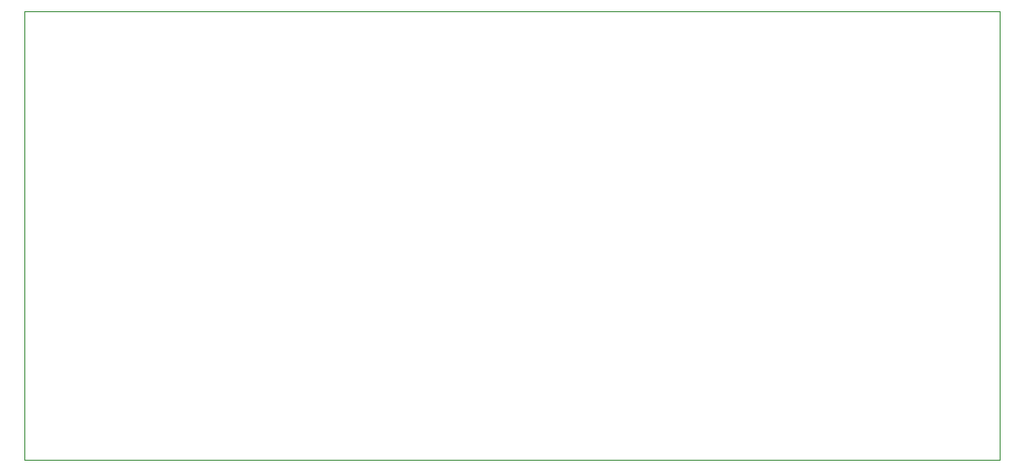
<source format=gbr>
%TF.GenerationSoftware,KiCad,Pcbnew,8.0.2-1*%
%TF.CreationDate,2024-05-11T10:02:21-04:00*%
%TF.ProjectId,Rom 01 IIgs RGBToHDMI,526f6d20-3031-4204-9949-677320524742,rev?*%
%TF.SameCoordinates,Original*%
%TF.FileFunction,Profile,NP*%
%FSLAX46Y46*%
G04 Gerber Fmt 4.6, Leading zero omitted, Abs format (unit mm)*
G04 Created by KiCad (PCBNEW 8.0.2-1) date 2024-05-11 10:02:21*
%MOMM*%
%LPD*%
G01*
G04 APERTURE LIST*
%TA.AperFunction,Profile*%
%ADD10C,0.050000*%
%TD*%
G04 APERTURE END LIST*
D10*
X69850000Y-67500000D02*
X157940000Y-67500000D01*
X157940000Y-108000000D01*
X69850000Y-108000000D01*
X69850000Y-67500000D01*
M02*

</source>
